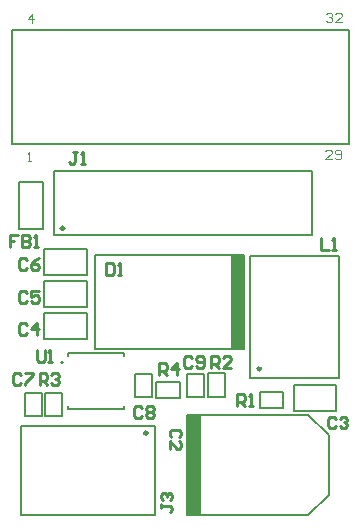
<source format=gto>
G04*
G04 #@! TF.GenerationSoftware,Altium Limited,Altium Designer,18.0.7 (293)*
G04*
G04 Layer_Color=65535*
%FSLAX25Y25*%
%MOIN*%
G70*
G01*
G75*
%ADD10C,0.00600*%
%ADD11C,0.01181*%
%ADD12C,0.00787*%
%ADD13C,0.00394*%
%ADD14C,0.01000*%
%ADD15R,0.04331X0.31496*%
%ADD16R,0.04724X0.33661*%
D10*
X23545Y57874D02*
G03*
X23545Y57874I-300J0D01*
G01*
X25296Y42225D02*
X43996D01*
Y43266D01*
X25296Y60925D02*
X43996D01*
X25296Y59884D02*
Y60925D01*
Y42225D02*
Y43266D01*
X43996Y59884D02*
Y60925D01*
D11*
X23819Y102500D02*
G03*
X23819Y102500I-394J0D01*
G01*
X51575Y34252D02*
G03*
X51575Y34252I-394J0D01*
G01*
X89370Y55709D02*
G03*
X89370Y55709I-394J0D01*
G01*
D12*
X8760Y118110D02*
X16795D01*
X8760Y102362D02*
Y118110D01*
Y102362D02*
X16795D01*
Y118110D01*
X6614Y168760D02*
X119016D01*
X6614Y130669D02*
Y168760D01*
X119016Y130669D02*
Y168760D01*
X6614Y130669D02*
X119016D01*
X20669Y100138D02*
Y121791D01*
X106496D01*
Y100138D02*
Y121791D01*
X20669Y100138D02*
X106496D01*
X62500Y45866D02*
Y51378D01*
X54626Y45866D02*
X62500D01*
X54626D02*
Y51378D01*
X62500D01*
X17717Y39862D02*
X23228D01*
X17717D02*
Y47736D01*
X23228D01*
Y39862D02*
Y47736D01*
X72047Y54134D02*
X77559D01*
Y46260D02*
Y54134D01*
X72047Y46260D02*
X77559D01*
X72047D02*
Y54134D01*
X89075Y42520D02*
Y48031D01*
X96949D01*
Y42520D02*
Y48031D01*
X89075Y42520D02*
X96949D01*
X34252Y62205D02*
Y93701D01*
Y62205D02*
X83858D01*
Y93701D01*
X34252D02*
X83858D01*
X70473Y46161D02*
Y54035D01*
X64961D02*
X70473D01*
X64961Y46161D02*
Y54035D01*
Y46161D02*
X70473D01*
X11024Y39862D02*
Y47736D01*
Y39862D02*
X16535D01*
Y47736D01*
X11024D02*
X16535D01*
X112205Y13780D02*
Y33465D01*
X105315Y6890D02*
X112205Y13780D01*
X64961Y6890D02*
X105315D01*
X105315Y40354D02*
X112205Y33465D01*
X64961Y40354D02*
X105315D01*
X64961Y6890D02*
Y40354D01*
X53150Y46161D02*
Y54035D01*
X47638D02*
X53150D01*
X47638Y46161D02*
Y54035D01*
Y46161D02*
X53150D01*
X100394Y41732D02*
X114567D01*
X100394D02*
Y50394D01*
X114567D01*
Y41732D02*
Y50394D01*
X9449Y36614D02*
X54331D01*
X9449Y7087D02*
Y36614D01*
X54331Y7087D02*
Y36614D01*
X9449Y7087D02*
X54331D01*
X17323Y87008D02*
X31496D01*
X17323D02*
Y95669D01*
X31496D01*
Y87008D02*
Y95669D01*
X17323Y76378D02*
X31496D01*
X17323D02*
Y85039D01*
X31496D01*
Y76378D02*
Y85039D01*
X17323Y65748D02*
X31496D01*
X17323D02*
Y74410D01*
X31496D01*
Y65748D02*
Y74410D01*
X86024Y52559D02*
Y93209D01*
X86122Y93307D01*
X115551D01*
X86024Y52559D02*
X115551D01*
Y93307D01*
D13*
X11811Y124803D02*
X12861D01*
X12336D01*
Y127952D01*
X11811Y127427D01*
X13385Y170866D02*
Y174015D01*
X11811Y172440D01*
X13910D01*
X113123Y125591D02*
X111024D01*
X113123Y127690D01*
Y128214D01*
X112598Y128739D01*
X111548D01*
X111024Y128214D01*
X114172Y126115D02*
X114697Y125591D01*
X115746D01*
X116271Y126115D01*
Y128214D01*
X115746Y128739D01*
X114697D01*
X114172Y128214D01*
Y127690D01*
X114697Y127165D01*
X116271D01*
X111221Y173884D02*
X111745Y174408D01*
X112795D01*
X113320Y173884D01*
Y173359D01*
X112795Y172834D01*
X112270D01*
X112795D01*
X113320Y172309D01*
Y171785D01*
X112795Y171260D01*
X111745D01*
X111221Y171785D01*
X116468Y171260D02*
X114369D01*
X116468Y173359D01*
Y173884D01*
X115943Y174408D01*
X114894D01*
X114369Y173884D01*
D14*
X8529Y100392D02*
X5906D01*
Y98425D01*
X7217D01*
X5906D01*
Y96457D01*
X9841Y100392D02*
Y96457D01*
X11809D01*
X12465Y97113D01*
Y97769D01*
X11809Y98425D01*
X9841D01*
X11809D01*
X12465Y99080D01*
Y99736D01*
X11809Y100392D01*
X9841D01*
X13777Y96457D02*
X15089D01*
X14433D01*
Y100392D01*
X13777Y99736D01*
X14764Y62007D02*
Y58727D01*
X15420Y58071D01*
X16732D01*
X17388Y58727D01*
Y62007D01*
X18699Y58071D02*
X20011D01*
X19355D01*
Y62007D01*
X18699Y61351D01*
X55512Y53543D02*
Y57479D01*
X57480D01*
X58136Y56823D01*
Y55511D01*
X57480Y54855D01*
X55512D01*
X56824D02*
X58136Y53543D01*
X61415D02*
Y57479D01*
X59448Y55511D01*
X62071D01*
X15748Y50197D02*
Y54133D01*
X17716D01*
X18372Y53477D01*
Y52165D01*
X17716Y51509D01*
X15748D01*
X17060D02*
X18372Y50197D01*
X19684Y53477D02*
X20340Y54133D01*
X21652D01*
X22308Y53477D01*
Y52821D01*
X21652Y52165D01*
X20996D01*
X21652D01*
X22308Y51509D01*
Y50853D01*
X21652Y50197D01*
X20340D01*
X19684Y50853D01*
X72835Y56102D02*
Y60038D01*
X74803D01*
X75459Y59382D01*
Y58070D01*
X74803Y57414D01*
X72835D01*
X74147D02*
X75459Y56102D01*
X79394D02*
X76770D01*
X79394Y58726D01*
Y59382D01*
X78738Y60038D01*
X77426D01*
X76770Y59382D01*
X81693Y43307D02*
Y47243D01*
X83661D01*
X84317Y46587D01*
Y45275D01*
X83661Y44619D01*
X81693D01*
X83005D02*
X84317Y43307D01*
X85629D02*
X86941D01*
X86285D01*
Y47243D01*
X85629Y46587D01*
X109449Y99211D02*
Y95276D01*
X112073D01*
X113385D02*
X114697D01*
X114041D01*
Y99211D01*
X113385Y98555D01*
X56104Y10498D02*
Y9186D01*
Y9842D01*
X59383D01*
X60039Y9186D01*
Y8530D01*
X59383Y7874D01*
X56760Y11810D02*
X56104Y12466D01*
Y13778D01*
X56760Y14434D01*
X57415D01*
X58072Y13778D01*
Y13122D01*
Y13778D01*
X58728Y14434D01*
X59383D01*
X60039Y13778D01*
Y12466D01*
X59383Y11810D01*
X28214Y127952D02*
X26902D01*
X27558D01*
Y124672D01*
X26902Y124016D01*
X26247D01*
X25591Y124672D01*
X29526Y124016D02*
X30838D01*
X30182D01*
Y127952D01*
X29526Y127295D01*
X37795Y90944D02*
Y87008D01*
X39763D01*
X40419Y87664D01*
Y90288D01*
X39763Y90944D01*
X37795D01*
X41731Y87008D02*
X43043D01*
X42387D01*
Y90944D01*
X41731Y90288D01*
X66600Y59382D02*
X65944Y60038D01*
X64632D01*
X63976Y59382D01*
Y56758D01*
X64632Y56102D01*
X65944D01*
X66600Y56758D01*
X67912D02*
X68568Y56102D01*
X69880D01*
X70536Y56758D01*
Y59382D01*
X69880Y60038D01*
X68568D01*
X67912Y59382D01*
Y58726D01*
X68568Y58070D01*
X70536D01*
X49868Y42650D02*
X49212Y43306D01*
X47900D01*
X47244Y42650D01*
Y40026D01*
X47900Y39370D01*
X49212D01*
X49868Y40026D01*
X51180Y42650D02*
X51836Y43306D01*
X53148D01*
X53804Y42650D01*
Y41994D01*
X53148Y41338D01*
X53804Y40682D01*
Y40026D01*
X53148Y39370D01*
X51836D01*
X51180Y40026D01*
Y40682D01*
X51836Y41338D01*
X51180Y41994D01*
Y42650D01*
X51836Y41338D02*
X53148D01*
X9514Y53477D02*
X8858Y54133D01*
X7546D01*
X6890Y53477D01*
Y50853D01*
X7546Y50197D01*
X8858D01*
X9514Y50853D01*
X10825Y54133D02*
X13449D01*
Y53477D01*
X10825Y50853D01*
Y50197D01*
X11482Y91862D02*
X10826Y92518D01*
X9514D01*
X8858Y91862D01*
Y89239D01*
X9514Y88583D01*
X10826D01*
X11482Y89239D01*
X15418Y92518D02*
X14106Y91862D01*
X12794Y90551D01*
Y89239D01*
X13450Y88583D01*
X14762D01*
X15418Y89239D01*
Y89895D01*
X14762Y90551D01*
X12794D01*
X11482Y81036D02*
X10826Y81692D01*
X9514D01*
X8858Y81036D01*
Y78412D01*
X9514Y77756D01*
X10826D01*
X11482Y78412D01*
X15418Y81692D02*
X12794D01*
Y79724D01*
X14106Y80380D01*
X14762D01*
X15418Y79724D01*
Y78412D01*
X14762Y77756D01*
X13450D01*
X12794Y78412D01*
X11482Y70209D02*
X10826Y70865D01*
X9514D01*
X8858Y70209D01*
Y67585D01*
X9514Y66929D01*
X10826D01*
X11482Y67585D01*
X14762Y66929D02*
Y70865D01*
X12794Y68897D01*
X15418D01*
X114435Y39107D02*
X113779Y39762D01*
X112467D01*
X111811Y39107D01*
Y36483D01*
X112467Y35827D01*
X113779D01*
X114435Y36483D01*
X115747Y39107D02*
X116403Y39762D01*
X117715D01*
X118371Y39107D01*
Y38451D01*
X117715Y37795D01*
X117059D01*
X117715D01*
X118371Y37139D01*
Y36483D01*
X117715Y35827D01*
X116403D01*
X115747Y36483D01*
X62335Y32809D02*
X62991Y33465D01*
Y34777D01*
X62335Y35433D01*
X59711D01*
X59055Y34777D01*
Y33465D01*
X59711Y32809D01*
X59055Y28874D02*
Y31497D01*
X61679Y28874D01*
X62335D01*
X62991Y29530D01*
Y30841D01*
X62335Y31497D01*
D15*
X81693Y77953D02*
D03*
D16*
X67323Y23720D02*
D03*
M02*

</source>
